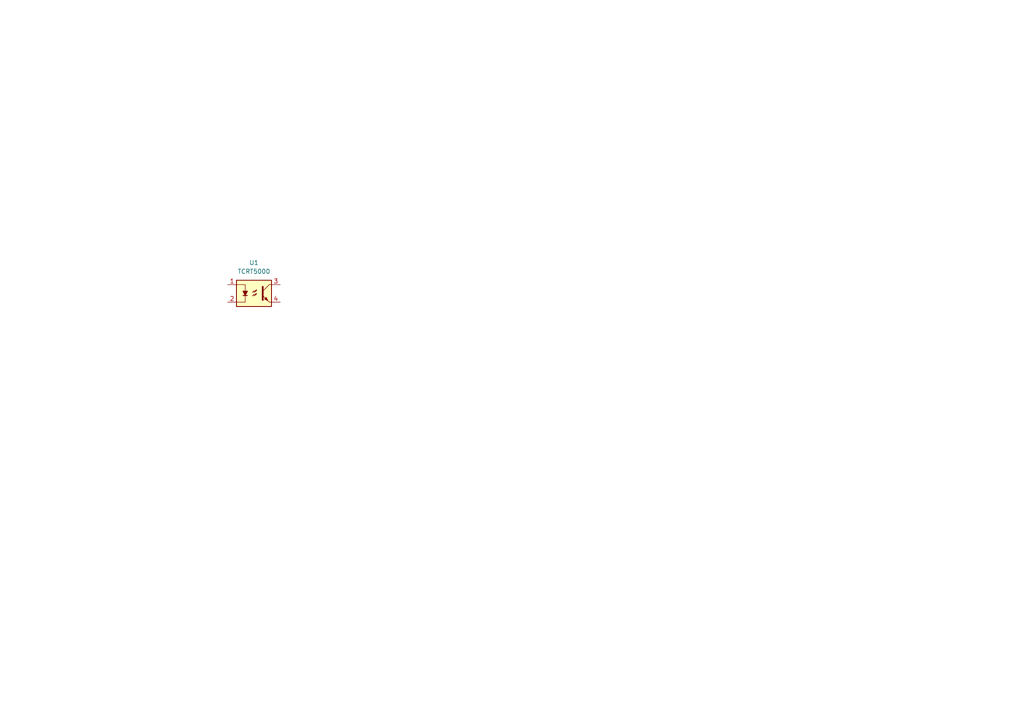
<source format=kicad_sch>
(kicad_sch (version 20231120) (generator "eeschema") (generator_version "8.0")
  (paper "A4")
  (lib_symbols
    (symbol "EESTN5:TCRT5000" (pin_names (offset 1.016))
      (property "Reference" "U" (at -5.08 5.08 0))
      (property "Value" "TCRT5000" (at 0 5.08 0))
      (symbol "TCRT5000_0_1"
        (rectangle (start -5.08 3.81) (end 5.08 -3.81) (stroke (width 0.254)) (fill (type background)))
        (polyline (pts (xy -3.175 -0.635) (xy -1.905 -0.635)) (stroke (width 0.254)))
        (polyline (pts (xy 2.54 0.635) (xy 4.445 2.54)))
        (polyline (pts (xy 4.445 -2.54) (xy 2.54 -0.635)) (fill (type outline)))
        (polyline (pts (xy 4.445 -2.54) (xy 5.08 -2.54)))
        (polyline (pts (xy 4.445 2.54) (xy 5.08 2.54)))
        (polyline (pts (xy -5.08 2.54) (xy -2.54 2.54) (xy -2.54 0.635)))
        (polyline (pts (xy -2.54 -0.635) (xy -2.54 -2.54) (xy -5.08 -2.54)))
        (polyline (pts (xy 2.54 1.905) (xy 2.54 -1.905) (xy 2.54 -1.905)) (stroke (width 0.508)))
        (polyline (pts (xy -2.54 -0.635) (xy -3.175 0.635) (xy -1.905 0.635) (xy -2.54 -0.635)) (stroke (width 0.254)) (fill (type outline)))
        (polyline (pts (xy -0.508 0.254) (xy 0.0254 0.762) (xy 0.0254 0.254) (xy 0.7874 1.016)))
        (polyline (pts (xy 0.7874 1.016) (xy 0.2794 0.762) (xy 0.5334 0.508) (xy 0.7874 1.016)))
        (polyline (pts (xy 3.048 -1.651) (xy 3.556 -1.143) (xy 4.064 -2.159) (xy 3.048 -1.651) (xy 3.048 -1.651)) (fill (type outline)))
        (polyline (pts (xy -0.508 -0.762) (xy 0.0254 -0.254) (xy 0.0254 -0.762) (xy 0.7874 0) (xy 0.2794 -0.254) (xy 0.5334 -0.508) (xy 0.7874 0)))
      )
      (symbol "TCRT5000_1_1"
        (pin passive line (at -7.62 2.54 0) (length 2.54) (name "~") (number "1"))
        (pin passive line (at -7.62 -2.54 0) (length 2.54) (name "~") (number "2"))
        (pin passive line (at 7.62 2.54 180) (length 2.54) (name "~") (number "3"))
        (pin passive line (at 7.62 -2.54 180) (length 2.54) (name "~") (number "4"))
      )
    )
  )
  (symbol (lib_id "EESTN5:TCRT5000") (at 73.66 85.09 0) (unit 1)
    (property "Reference" "U1" (at 73.66 76.2 0))
    (property "Value" "TCRT5000" (at 73.66 78.74 0))
    (property "Footprint" "EESTN5:TCRT5000" (effects (hide yes)))
    (property "Datasheet" "https://www.vishay.com/docs/83760/tcrt5000.pdf" (effects (hide yes)))
    (property "Description" "Refective Sensor" (effects (hide yes)))
  )
)
</source>
